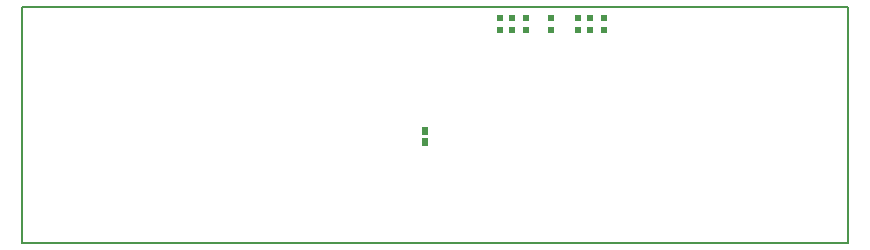
<source format=gbp>
G04*
G04 #@! TF.GenerationSoftware,Altium Limited,Altium Designer,20.0.1 (14)*
G04*
G04 Layer_Color=128*
%FSLAX24Y24*%
%MOIN*%
G70*
G01*
G75*
%ADD15C,0.0060*%
%ADD26R,0.0244X0.0256*%
%ADD85R,0.0197X0.0187*%
D15*
X27559Y0D02*
Y7874D01*
X0Y0D02*
Y7874D01*
Y0D02*
X27559D01*
X0Y7874D02*
X27559D01*
D26*
X13450Y3377D02*
D03*
Y3723D02*
D03*
D85*
X15950Y7502D02*
D03*
Y7098D02*
D03*
X16350D02*
D03*
Y7502D02*
D03*
X16800D02*
D03*
Y7098D02*
D03*
X17650Y7502D02*
D03*
Y7098D02*
D03*
X18550Y7502D02*
D03*
Y7098D02*
D03*
X18950Y7502D02*
D03*
Y7098D02*
D03*
X19400D02*
D03*
Y7502D02*
D03*
M02*

</source>
